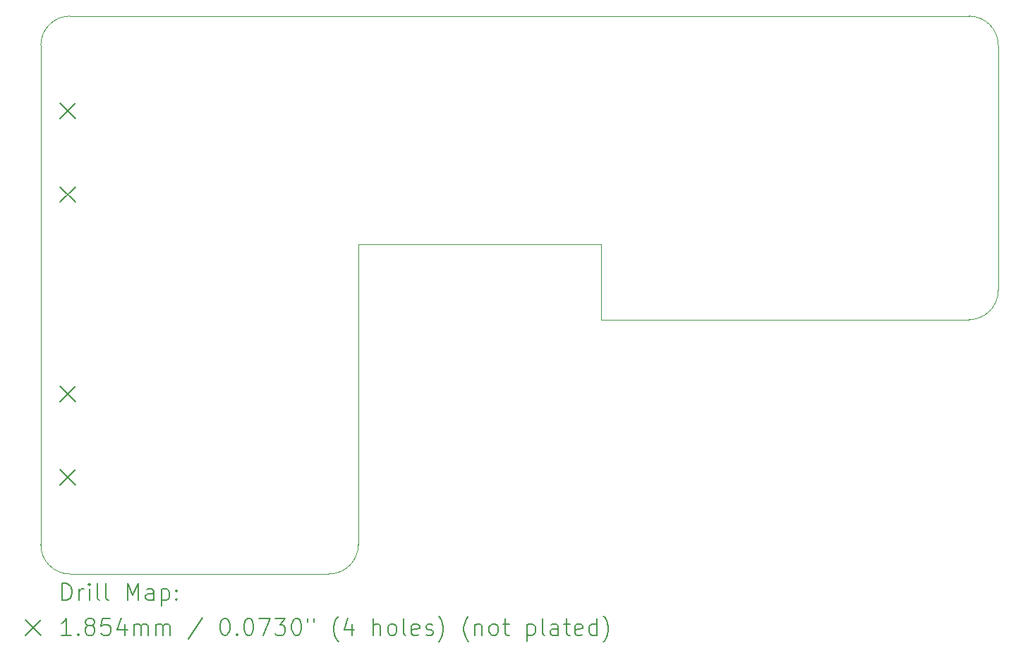
<source format=gbr>
%TF.GenerationSoftware,KiCad,Pcbnew,8.0.8*%
%TF.CreationDate,2025-02-15T13:00:26-07:00*%
%TF.ProjectId,ECE Capstone PCB Design,45434520-4361-4707-9374-6f6e65205043,rev?*%
%TF.SameCoordinates,Original*%
%TF.FileFunction,Drillmap*%
%TF.FilePolarity,Positive*%
%FSLAX45Y45*%
G04 Gerber Fmt 4.5, Leading zero omitted, Abs format (unit mm)*
G04 Created by KiCad (PCBNEW 8.0.8) date 2025-02-15 13:00:26*
%MOMM*%
%LPD*%
G01*
G04 APERTURE LIST*
%ADD10C,0.050000*%
%ADD11C,0.200000*%
%ADD12C,0.185420*%
G04 APERTURE END LIST*
D10*
X23750000Y-5060000D02*
X23750000Y-8000000D01*
X16071000Y-7450000D02*
X18986000Y-7450000D01*
X16070000Y-11050000D02*
G75*
G02*
X15720000Y-11400000I-350000J0D01*
G01*
X18986000Y-7450000D02*
X18986000Y-8350000D01*
X12260000Y-11050000D02*
X12260000Y-5060000D01*
X12610000Y-11400000D02*
G75*
G02*
X12260000Y-11050000I0J350000D01*
G01*
X16070000Y-11050000D02*
X16071000Y-7450000D01*
X15720000Y-11400000D02*
X12610000Y-11400000D01*
X12260000Y-5060000D02*
G75*
G02*
X12610000Y-4710000I350000J0D01*
G01*
X23750000Y-8000000D02*
G75*
G02*
X23400000Y-8350000I-350000J0D01*
G01*
X12610000Y-4710000D02*
X23400000Y-4710000D01*
X23400000Y-8350000D02*
X18986000Y-8350000D01*
X23400000Y-4710000D02*
G75*
G02*
X23750000Y-5060000I0J-350000D01*
G01*
D11*
D12*
X12489290Y-5757290D02*
X12674710Y-5942710D01*
X12674710Y-5757290D02*
X12489290Y-5942710D01*
X12489290Y-6757290D02*
X12674710Y-6942710D01*
X12674710Y-6757290D02*
X12489290Y-6942710D01*
X12489290Y-9147290D02*
X12674710Y-9332710D01*
X12674710Y-9147290D02*
X12489290Y-9332710D01*
X12489290Y-10147290D02*
X12674710Y-10332710D01*
X12674710Y-10147290D02*
X12489290Y-10332710D01*
D11*
X12518277Y-11713984D02*
X12518277Y-11513984D01*
X12518277Y-11513984D02*
X12565896Y-11513984D01*
X12565896Y-11513984D02*
X12594467Y-11523508D01*
X12594467Y-11523508D02*
X12613515Y-11542555D01*
X12613515Y-11542555D02*
X12623039Y-11561603D01*
X12623039Y-11561603D02*
X12632562Y-11599698D01*
X12632562Y-11599698D02*
X12632562Y-11628269D01*
X12632562Y-11628269D02*
X12623039Y-11666365D01*
X12623039Y-11666365D02*
X12613515Y-11685412D01*
X12613515Y-11685412D02*
X12594467Y-11704460D01*
X12594467Y-11704460D02*
X12565896Y-11713984D01*
X12565896Y-11713984D02*
X12518277Y-11713984D01*
X12718277Y-11713984D02*
X12718277Y-11580650D01*
X12718277Y-11618746D02*
X12727801Y-11599698D01*
X12727801Y-11599698D02*
X12737324Y-11590174D01*
X12737324Y-11590174D02*
X12756372Y-11580650D01*
X12756372Y-11580650D02*
X12775420Y-11580650D01*
X12842086Y-11713984D02*
X12842086Y-11580650D01*
X12842086Y-11513984D02*
X12832562Y-11523508D01*
X12832562Y-11523508D02*
X12842086Y-11533031D01*
X12842086Y-11533031D02*
X12851610Y-11523508D01*
X12851610Y-11523508D02*
X12842086Y-11513984D01*
X12842086Y-11513984D02*
X12842086Y-11533031D01*
X12965896Y-11713984D02*
X12946848Y-11704460D01*
X12946848Y-11704460D02*
X12937324Y-11685412D01*
X12937324Y-11685412D02*
X12937324Y-11513984D01*
X13070658Y-11713984D02*
X13051610Y-11704460D01*
X13051610Y-11704460D02*
X13042086Y-11685412D01*
X13042086Y-11685412D02*
X13042086Y-11513984D01*
X13299229Y-11713984D02*
X13299229Y-11513984D01*
X13299229Y-11513984D02*
X13365896Y-11656841D01*
X13365896Y-11656841D02*
X13432562Y-11513984D01*
X13432562Y-11513984D02*
X13432562Y-11713984D01*
X13613515Y-11713984D02*
X13613515Y-11609222D01*
X13613515Y-11609222D02*
X13603991Y-11590174D01*
X13603991Y-11590174D02*
X13584943Y-11580650D01*
X13584943Y-11580650D02*
X13546848Y-11580650D01*
X13546848Y-11580650D02*
X13527801Y-11590174D01*
X13613515Y-11704460D02*
X13594467Y-11713984D01*
X13594467Y-11713984D02*
X13546848Y-11713984D01*
X13546848Y-11713984D02*
X13527801Y-11704460D01*
X13527801Y-11704460D02*
X13518277Y-11685412D01*
X13518277Y-11685412D02*
X13518277Y-11666365D01*
X13518277Y-11666365D02*
X13527801Y-11647317D01*
X13527801Y-11647317D02*
X13546848Y-11637793D01*
X13546848Y-11637793D02*
X13594467Y-11637793D01*
X13594467Y-11637793D02*
X13613515Y-11628269D01*
X13708753Y-11580650D02*
X13708753Y-11780650D01*
X13708753Y-11590174D02*
X13727801Y-11580650D01*
X13727801Y-11580650D02*
X13765896Y-11580650D01*
X13765896Y-11580650D02*
X13784943Y-11590174D01*
X13784943Y-11590174D02*
X13794467Y-11599698D01*
X13794467Y-11599698D02*
X13803991Y-11618746D01*
X13803991Y-11618746D02*
X13803991Y-11675888D01*
X13803991Y-11675888D02*
X13794467Y-11694936D01*
X13794467Y-11694936D02*
X13784943Y-11704460D01*
X13784943Y-11704460D02*
X13765896Y-11713984D01*
X13765896Y-11713984D02*
X13727801Y-11713984D01*
X13727801Y-11713984D02*
X13708753Y-11704460D01*
X13889705Y-11694936D02*
X13899229Y-11704460D01*
X13899229Y-11704460D02*
X13889705Y-11713984D01*
X13889705Y-11713984D02*
X13880182Y-11704460D01*
X13880182Y-11704460D02*
X13889705Y-11694936D01*
X13889705Y-11694936D02*
X13889705Y-11713984D01*
X13889705Y-11590174D02*
X13899229Y-11599698D01*
X13899229Y-11599698D02*
X13889705Y-11609222D01*
X13889705Y-11609222D02*
X13880182Y-11599698D01*
X13880182Y-11599698D02*
X13889705Y-11590174D01*
X13889705Y-11590174D02*
X13889705Y-11609222D01*
D12*
X12072080Y-11949790D02*
X12257500Y-12135210D01*
X12257500Y-11949790D02*
X12072080Y-12135210D01*
D11*
X12623039Y-12133984D02*
X12508753Y-12133984D01*
X12565896Y-12133984D02*
X12565896Y-11933984D01*
X12565896Y-11933984D02*
X12546848Y-11962555D01*
X12546848Y-11962555D02*
X12527801Y-11981603D01*
X12527801Y-11981603D02*
X12508753Y-11991127D01*
X12708753Y-12114936D02*
X12718277Y-12124460D01*
X12718277Y-12124460D02*
X12708753Y-12133984D01*
X12708753Y-12133984D02*
X12699229Y-12124460D01*
X12699229Y-12124460D02*
X12708753Y-12114936D01*
X12708753Y-12114936D02*
X12708753Y-12133984D01*
X12832562Y-12019698D02*
X12813515Y-12010174D01*
X12813515Y-12010174D02*
X12803991Y-12000650D01*
X12803991Y-12000650D02*
X12794467Y-11981603D01*
X12794467Y-11981603D02*
X12794467Y-11972079D01*
X12794467Y-11972079D02*
X12803991Y-11953031D01*
X12803991Y-11953031D02*
X12813515Y-11943508D01*
X12813515Y-11943508D02*
X12832562Y-11933984D01*
X12832562Y-11933984D02*
X12870658Y-11933984D01*
X12870658Y-11933984D02*
X12889705Y-11943508D01*
X12889705Y-11943508D02*
X12899229Y-11953031D01*
X12899229Y-11953031D02*
X12908753Y-11972079D01*
X12908753Y-11972079D02*
X12908753Y-11981603D01*
X12908753Y-11981603D02*
X12899229Y-12000650D01*
X12899229Y-12000650D02*
X12889705Y-12010174D01*
X12889705Y-12010174D02*
X12870658Y-12019698D01*
X12870658Y-12019698D02*
X12832562Y-12019698D01*
X12832562Y-12019698D02*
X12813515Y-12029222D01*
X12813515Y-12029222D02*
X12803991Y-12038746D01*
X12803991Y-12038746D02*
X12794467Y-12057793D01*
X12794467Y-12057793D02*
X12794467Y-12095888D01*
X12794467Y-12095888D02*
X12803991Y-12114936D01*
X12803991Y-12114936D02*
X12813515Y-12124460D01*
X12813515Y-12124460D02*
X12832562Y-12133984D01*
X12832562Y-12133984D02*
X12870658Y-12133984D01*
X12870658Y-12133984D02*
X12889705Y-12124460D01*
X12889705Y-12124460D02*
X12899229Y-12114936D01*
X12899229Y-12114936D02*
X12908753Y-12095888D01*
X12908753Y-12095888D02*
X12908753Y-12057793D01*
X12908753Y-12057793D02*
X12899229Y-12038746D01*
X12899229Y-12038746D02*
X12889705Y-12029222D01*
X12889705Y-12029222D02*
X12870658Y-12019698D01*
X13089705Y-11933984D02*
X12994467Y-11933984D01*
X12994467Y-11933984D02*
X12984943Y-12029222D01*
X12984943Y-12029222D02*
X12994467Y-12019698D01*
X12994467Y-12019698D02*
X13013515Y-12010174D01*
X13013515Y-12010174D02*
X13061134Y-12010174D01*
X13061134Y-12010174D02*
X13080182Y-12019698D01*
X13080182Y-12019698D02*
X13089705Y-12029222D01*
X13089705Y-12029222D02*
X13099229Y-12048269D01*
X13099229Y-12048269D02*
X13099229Y-12095888D01*
X13099229Y-12095888D02*
X13089705Y-12114936D01*
X13089705Y-12114936D02*
X13080182Y-12124460D01*
X13080182Y-12124460D02*
X13061134Y-12133984D01*
X13061134Y-12133984D02*
X13013515Y-12133984D01*
X13013515Y-12133984D02*
X12994467Y-12124460D01*
X12994467Y-12124460D02*
X12984943Y-12114936D01*
X13270658Y-12000650D02*
X13270658Y-12133984D01*
X13223039Y-11924460D02*
X13175420Y-12067317D01*
X13175420Y-12067317D02*
X13299229Y-12067317D01*
X13375420Y-12133984D02*
X13375420Y-12000650D01*
X13375420Y-12019698D02*
X13384943Y-12010174D01*
X13384943Y-12010174D02*
X13403991Y-12000650D01*
X13403991Y-12000650D02*
X13432563Y-12000650D01*
X13432563Y-12000650D02*
X13451610Y-12010174D01*
X13451610Y-12010174D02*
X13461134Y-12029222D01*
X13461134Y-12029222D02*
X13461134Y-12133984D01*
X13461134Y-12029222D02*
X13470658Y-12010174D01*
X13470658Y-12010174D02*
X13489705Y-12000650D01*
X13489705Y-12000650D02*
X13518277Y-12000650D01*
X13518277Y-12000650D02*
X13537324Y-12010174D01*
X13537324Y-12010174D02*
X13546848Y-12029222D01*
X13546848Y-12029222D02*
X13546848Y-12133984D01*
X13642086Y-12133984D02*
X13642086Y-12000650D01*
X13642086Y-12019698D02*
X13651610Y-12010174D01*
X13651610Y-12010174D02*
X13670658Y-12000650D01*
X13670658Y-12000650D02*
X13699229Y-12000650D01*
X13699229Y-12000650D02*
X13718277Y-12010174D01*
X13718277Y-12010174D02*
X13727801Y-12029222D01*
X13727801Y-12029222D02*
X13727801Y-12133984D01*
X13727801Y-12029222D02*
X13737324Y-12010174D01*
X13737324Y-12010174D02*
X13756372Y-12000650D01*
X13756372Y-12000650D02*
X13784943Y-12000650D01*
X13784943Y-12000650D02*
X13803991Y-12010174D01*
X13803991Y-12010174D02*
X13813515Y-12029222D01*
X13813515Y-12029222D02*
X13813515Y-12133984D01*
X14203991Y-11924460D02*
X14032563Y-12181603D01*
X14461134Y-11933984D02*
X14480182Y-11933984D01*
X14480182Y-11933984D02*
X14499229Y-11943508D01*
X14499229Y-11943508D02*
X14508753Y-11953031D01*
X14508753Y-11953031D02*
X14518277Y-11972079D01*
X14518277Y-11972079D02*
X14527801Y-12010174D01*
X14527801Y-12010174D02*
X14527801Y-12057793D01*
X14527801Y-12057793D02*
X14518277Y-12095888D01*
X14518277Y-12095888D02*
X14508753Y-12114936D01*
X14508753Y-12114936D02*
X14499229Y-12124460D01*
X14499229Y-12124460D02*
X14480182Y-12133984D01*
X14480182Y-12133984D02*
X14461134Y-12133984D01*
X14461134Y-12133984D02*
X14442086Y-12124460D01*
X14442086Y-12124460D02*
X14432563Y-12114936D01*
X14432563Y-12114936D02*
X14423039Y-12095888D01*
X14423039Y-12095888D02*
X14413515Y-12057793D01*
X14413515Y-12057793D02*
X14413515Y-12010174D01*
X14413515Y-12010174D02*
X14423039Y-11972079D01*
X14423039Y-11972079D02*
X14432563Y-11953031D01*
X14432563Y-11953031D02*
X14442086Y-11943508D01*
X14442086Y-11943508D02*
X14461134Y-11933984D01*
X14613515Y-12114936D02*
X14623039Y-12124460D01*
X14623039Y-12124460D02*
X14613515Y-12133984D01*
X14613515Y-12133984D02*
X14603991Y-12124460D01*
X14603991Y-12124460D02*
X14613515Y-12114936D01*
X14613515Y-12114936D02*
X14613515Y-12133984D01*
X14746848Y-11933984D02*
X14765896Y-11933984D01*
X14765896Y-11933984D02*
X14784944Y-11943508D01*
X14784944Y-11943508D02*
X14794467Y-11953031D01*
X14794467Y-11953031D02*
X14803991Y-11972079D01*
X14803991Y-11972079D02*
X14813515Y-12010174D01*
X14813515Y-12010174D02*
X14813515Y-12057793D01*
X14813515Y-12057793D02*
X14803991Y-12095888D01*
X14803991Y-12095888D02*
X14794467Y-12114936D01*
X14794467Y-12114936D02*
X14784944Y-12124460D01*
X14784944Y-12124460D02*
X14765896Y-12133984D01*
X14765896Y-12133984D02*
X14746848Y-12133984D01*
X14746848Y-12133984D02*
X14727801Y-12124460D01*
X14727801Y-12124460D02*
X14718277Y-12114936D01*
X14718277Y-12114936D02*
X14708753Y-12095888D01*
X14708753Y-12095888D02*
X14699229Y-12057793D01*
X14699229Y-12057793D02*
X14699229Y-12010174D01*
X14699229Y-12010174D02*
X14708753Y-11972079D01*
X14708753Y-11972079D02*
X14718277Y-11953031D01*
X14718277Y-11953031D02*
X14727801Y-11943508D01*
X14727801Y-11943508D02*
X14746848Y-11933984D01*
X14880182Y-11933984D02*
X15013515Y-11933984D01*
X15013515Y-11933984D02*
X14927801Y-12133984D01*
X15070658Y-11933984D02*
X15194467Y-11933984D01*
X15194467Y-11933984D02*
X15127801Y-12010174D01*
X15127801Y-12010174D02*
X15156372Y-12010174D01*
X15156372Y-12010174D02*
X15175420Y-12019698D01*
X15175420Y-12019698D02*
X15184944Y-12029222D01*
X15184944Y-12029222D02*
X15194467Y-12048269D01*
X15194467Y-12048269D02*
X15194467Y-12095888D01*
X15194467Y-12095888D02*
X15184944Y-12114936D01*
X15184944Y-12114936D02*
X15175420Y-12124460D01*
X15175420Y-12124460D02*
X15156372Y-12133984D01*
X15156372Y-12133984D02*
X15099229Y-12133984D01*
X15099229Y-12133984D02*
X15080182Y-12124460D01*
X15080182Y-12124460D02*
X15070658Y-12114936D01*
X15318277Y-11933984D02*
X15337325Y-11933984D01*
X15337325Y-11933984D02*
X15356372Y-11943508D01*
X15356372Y-11943508D02*
X15365896Y-11953031D01*
X15365896Y-11953031D02*
X15375420Y-11972079D01*
X15375420Y-11972079D02*
X15384944Y-12010174D01*
X15384944Y-12010174D02*
X15384944Y-12057793D01*
X15384944Y-12057793D02*
X15375420Y-12095888D01*
X15375420Y-12095888D02*
X15365896Y-12114936D01*
X15365896Y-12114936D02*
X15356372Y-12124460D01*
X15356372Y-12124460D02*
X15337325Y-12133984D01*
X15337325Y-12133984D02*
X15318277Y-12133984D01*
X15318277Y-12133984D02*
X15299229Y-12124460D01*
X15299229Y-12124460D02*
X15289706Y-12114936D01*
X15289706Y-12114936D02*
X15280182Y-12095888D01*
X15280182Y-12095888D02*
X15270658Y-12057793D01*
X15270658Y-12057793D02*
X15270658Y-12010174D01*
X15270658Y-12010174D02*
X15280182Y-11972079D01*
X15280182Y-11972079D02*
X15289706Y-11953031D01*
X15289706Y-11953031D02*
X15299229Y-11943508D01*
X15299229Y-11943508D02*
X15318277Y-11933984D01*
X15461134Y-11933984D02*
X15461134Y-11972079D01*
X15537325Y-11933984D02*
X15537325Y-11972079D01*
X15832563Y-12210174D02*
X15823039Y-12200650D01*
X15823039Y-12200650D02*
X15803991Y-12172079D01*
X15803991Y-12172079D02*
X15794468Y-12153031D01*
X15794468Y-12153031D02*
X15784944Y-12124460D01*
X15784944Y-12124460D02*
X15775420Y-12076841D01*
X15775420Y-12076841D02*
X15775420Y-12038746D01*
X15775420Y-12038746D02*
X15784944Y-11991127D01*
X15784944Y-11991127D02*
X15794468Y-11962555D01*
X15794468Y-11962555D02*
X15803991Y-11943508D01*
X15803991Y-11943508D02*
X15823039Y-11914936D01*
X15823039Y-11914936D02*
X15832563Y-11905412D01*
X15994468Y-12000650D02*
X15994468Y-12133984D01*
X15946848Y-11924460D02*
X15899229Y-12067317D01*
X15899229Y-12067317D02*
X16023039Y-12067317D01*
X16251610Y-12133984D02*
X16251610Y-11933984D01*
X16337325Y-12133984D02*
X16337325Y-12029222D01*
X16337325Y-12029222D02*
X16327801Y-12010174D01*
X16327801Y-12010174D02*
X16308753Y-12000650D01*
X16308753Y-12000650D02*
X16280182Y-12000650D01*
X16280182Y-12000650D02*
X16261134Y-12010174D01*
X16261134Y-12010174D02*
X16251610Y-12019698D01*
X16461134Y-12133984D02*
X16442087Y-12124460D01*
X16442087Y-12124460D02*
X16432563Y-12114936D01*
X16432563Y-12114936D02*
X16423039Y-12095888D01*
X16423039Y-12095888D02*
X16423039Y-12038746D01*
X16423039Y-12038746D02*
X16432563Y-12019698D01*
X16432563Y-12019698D02*
X16442087Y-12010174D01*
X16442087Y-12010174D02*
X16461134Y-12000650D01*
X16461134Y-12000650D02*
X16489706Y-12000650D01*
X16489706Y-12000650D02*
X16508753Y-12010174D01*
X16508753Y-12010174D02*
X16518277Y-12019698D01*
X16518277Y-12019698D02*
X16527801Y-12038746D01*
X16527801Y-12038746D02*
X16527801Y-12095888D01*
X16527801Y-12095888D02*
X16518277Y-12114936D01*
X16518277Y-12114936D02*
X16508753Y-12124460D01*
X16508753Y-12124460D02*
X16489706Y-12133984D01*
X16489706Y-12133984D02*
X16461134Y-12133984D01*
X16642087Y-12133984D02*
X16623039Y-12124460D01*
X16623039Y-12124460D02*
X16613515Y-12105412D01*
X16613515Y-12105412D02*
X16613515Y-11933984D01*
X16794468Y-12124460D02*
X16775420Y-12133984D01*
X16775420Y-12133984D02*
X16737325Y-12133984D01*
X16737325Y-12133984D02*
X16718277Y-12124460D01*
X16718277Y-12124460D02*
X16708753Y-12105412D01*
X16708753Y-12105412D02*
X16708753Y-12029222D01*
X16708753Y-12029222D02*
X16718277Y-12010174D01*
X16718277Y-12010174D02*
X16737325Y-12000650D01*
X16737325Y-12000650D02*
X16775420Y-12000650D01*
X16775420Y-12000650D02*
X16794468Y-12010174D01*
X16794468Y-12010174D02*
X16803992Y-12029222D01*
X16803992Y-12029222D02*
X16803992Y-12048269D01*
X16803992Y-12048269D02*
X16708753Y-12067317D01*
X16880182Y-12124460D02*
X16899230Y-12133984D01*
X16899230Y-12133984D02*
X16937325Y-12133984D01*
X16937325Y-12133984D02*
X16956373Y-12124460D01*
X16956373Y-12124460D02*
X16965896Y-12105412D01*
X16965896Y-12105412D02*
X16965896Y-12095888D01*
X16965896Y-12095888D02*
X16956373Y-12076841D01*
X16956373Y-12076841D02*
X16937325Y-12067317D01*
X16937325Y-12067317D02*
X16908753Y-12067317D01*
X16908753Y-12067317D02*
X16889706Y-12057793D01*
X16889706Y-12057793D02*
X16880182Y-12038746D01*
X16880182Y-12038746D02*
X16880182Y-12029222D01*
X16880182Y-12029222D02*
X16889706Y-12010174D01*
X16889706Y-12010174D02*
X16908753Y-12000650D01*
X16908753Y-12000650D02*
X16937325Y-12000650D01*
X16937325Y-12000650D02*
X16956373Y-12010174D01*
X17032563Y-12210174D02*
X17042087Y-12200650D01*
X17042087Y-12200650D02*
X17061134Y-12172079D01*
X17061134Y-12172079D02*
X17070658Y-12153031D01*
X17070658Y-12153031D02*
X17080182Y-12124460D01*
X17080182Y-12124460D02*
X17089706Y-12076841D01*
X17089706Y-12076841D02*
X17089706Y-12038746D01*
X17089706Y-12038746D02*
X17080182Y-11991127D01*
X17080182Y-11991127D02*
X17070658Y-11962555D01*
X17070658Y-11962555D02*
X17061134Y-11943508D01*
X17061134Y-11943508D02*
X17042087Y-11914936D01*
X17042087Y-11914936D02*
X17032563Y-11905412D01*
X17394468Y-12210174D02*
X17384944Y-12200650D01*
X17384944Y-12200650D02*
X17365896Y-12172079D01*
X17365896Y-12172079D02*
X17356373Y-12153031D01*
X17356373Y-12153031D02*
X17346849Y-12124460D01*
X17346849Y-12124460D02*
X17337325Y-12076841D01*
X17337325Y-12076841D02*
X17337325Y-12038746D01*
X17337325Y-12038746D02*
X17346849Y-11991127D01*
X17346849Y-11991127D02*
X17356373Y-11962555D01*
X17356373Y-11962555D02*
X17365896Y-11943508D01*
X17365896Y-11943508D02*
X17384944Y-11914936D01*
X17384944Y-11914936D02*
X17394468Y-11905412D01*
X17470658Y-12000650D02*
X17470658Y-12133984D01*
X17470658Y-12019698D02*
X17480182Y-12010174D01*
X17480182Y-12010174D02*
X17499230Y-12000650D01*
X17499230Y-12000650D02*
X17527801Y-12000650D01*
X17527801Y-12000650D02*
X17546849Y-12010174D01*
X17546849Y-12010174D02*
X17556373Y-12029222D01*
X17556373Y-12029222D02*
X17556373Y-12133984D01*
X17680182Y-12133984D02*
X17661134Y-12124460D01*
X17661134Y-12124460D02*
X17651611Y-12114936D01*
X17651611Y-12114936D02*
X17642087Y-12095888D01*
X17642087Y-12095888D02*
X17642087Y-12038746D01*
X17642087Y-12038746D02*
X17651611Y-12019698D01*
X17651611Y-12019698D02*
X17661134Y-12010174D01*
X17661134Y-12010174D02*
X17680182Y-12000650D01*
X17680182Y-12000650D02*
X17708754Y-12000650D01*
X17708754Y-12000650D02*
X17727801Y-12010174D01*
X17727801Y-12010174D02*
X17737325Y-12019698D01*
X17737325Y-12019698D02*
X17746849Y-12038746D01*
X17746849Y-12038746D02*
X17746849Y-12095888D01*
X17746849Y-12095888D02*
X17737325Y-12114936D01*
X17737325Y-12114936D02*
X17727801Y-12124460D01*
X17727801Y-12124460D02*
X17708754Y-12133984D01*
X17708754Y-12133984D02*
X17680182Y-12133984D01*
X17803992Y-12000650D02*
X17880182Y-12000650D01*
X17832563Y-11933984D02*
X17832563Y-12105412D01*
X17832563Y-12105412D02*
X17842087Y-12124460D01*
X17842087Y-12124460D02*
X17861134Y-12133984D01*
X17861134Y-12133984D02*
X17880182Y-12133984D01*
X18099230Y-12000650D02*
X18099230Y-12200650D01*
X18099230Y-12010174D02*
X18118277Y-12000650D01*
X18118277Y-12000650D02*
X18156373Y-12000650D01*
X18156373Y-12000650D02*
X18175420Y-12010174D01*
X18175420Y-12010174D02*
X18184944Y-12019698D01*
X18184944Y-12019698D02*
X18194468Y-12038746D01*
X18194468Y-12038746D02*
X18194468Y-12095888D01*
X18194468Y-12095888D02*
X18184944Y-12114936D01*
X18184944Y-12114936D02*
X18175420Y-12124460D01*
X18175420Y-12124460D02*
X18156373Y-12133984D01*
X18156373Y-12133984D02*
X18118277Y-12133984D01*
X18118277Y-12133984D02*
X18099230Y-12124460D01*
X18308754Y-12133984D02*
X18289706Y-12124460D01*
X18289706Y-12124460D02*
X18280182Y-12105412D01*
X18280182Y-12105412D02*
X18280182Y-11933984D01*
X18470658Y-12133984D02*
X18470658Y-12029222D01*
X18470658Y-12029222D02*
X18461135Y-12010174D01*
X18461135Y-12010174D02*
X18442087Y-12000650D01*
X18442087Y-12000650D02*
X18403992Y-12000650D01*
X18403992Y-12000650D02*
X18384944Y-12010174D01*
X18470658Y-12124460D02*
X18451611Y-12133984D01*
X18451611Y-12133984D02*
X18403992Y-12133984D01*
X18403992Y-12133984D02*
X18384944Y-12124460D01*
X18384944Y-12124460D02*
X18375420Y-12105412D01*
X18375420Y-12105412D02*
X18375420Y-12086365D01*
X18375420Y-12086365D02*
X18384944Y-12067317D01*
X18384944Y-12067317D02*
X18403992Y-12057793D01*
X18403992Y-12057793D02*
X18451611Y-12057793D01*
X18451611Y-12057793D02*
X18470658Y-12048269D01*
X18537325Y-12000650D02*
X18613515Y-12000650D01*
X18565896Y-11933984D02*
X18565896Y-12105412D01*
X18565896Y-12105412D02*
X18575420Y-12124460D01*
X18575420Y-12124460D02*
X18594468Y-12133984D01*
X18594468Y-12133984D02*
X18613515Y-12133984D01*
X18756373Y-12124460D02*
X18737325Y-12133984D01*
X18737325Y-12133984D02*
X18699230Y-12133984D01*
X18699230Y-12133984D02*
X18680182Y-12124460D01*
X18680182Y-12124460D02*
X18670658Y-12105412D01*
X18670658Y-12105412D02*
X18670658Y-12029222D01*
X18670658Y-12029222D02*
X18680182Y-12010174D01*
X18680182Y-12010174D02*
X18699230Y-12000650D01*
X18699230Y-12000650D02*
X18737325Y-12000650D01*
X18737325Y-12000650D02*
X18756373Y-12010174D01*
X18756373Y-12010174D02*
X18765896Y-12029222D01*
X18765896Y-12029222D02*
X18765896Y-12048269D01*
X18765896Y-12048269D02*
X18670658Y-12067317D01*
X18937325Y-12133984D02*
X18937325Y-11933984D01*
X18937325Y-12124460D02*
X18918277Y-12133984D01*
X18918277Y-12133984D02*
X18880182Y-12133984D01*
X18880182Y-12133984D02*
X18861135Y-12124460D01*
X18861135Y-12124460D02*
X18851611Y-12114936D01*
X18851611Y-12114936D02*
X18842087Y-12095888D01*
X18842087Y-12095888D02*
X18842087Y-12038746D01*
X18842087Y-12038746D02*
X18851611Y-12019698D01*
X18851611Y-12019698D02*
X18861135Y-12010174D01*
X18861135Y-12010174D02*
X18880182Y-12000650D01*
X18880182Y-12000650D02*
X18918277Y-12000650D01*
X18918277Y-12000650D02*
X18937325Y-12010174D01*
X19013516Y-12210174D02*
X19023039Y-12200650D01*
X19023039Y-12200650D02*
X19042087Y-12172079D01*
X19042087Y-12172079D02*
X19051611Y-12153031D01*
X19051611Y-12153031D02*
X19061135Y-12124460D01*
X19061135Y-12124460D02*
X19070658Y-12076841D01*
X19070658Y-12076841D02*
X19070658Y-12038746D01*
X19070658Y-12038746D02*
X19061135Y-11991127D01*
X19061135Y-11991127D02*
X19051611Y-11962555D01*
X19051611Y-11962555D02*
X19042087Y-11943508D01*
X19042087Y-11943508D02*
X19023039Y-11914936D01*
X19023039Y-11914936D02*
X19013516Y-11905412D01*
M02*

</source>
